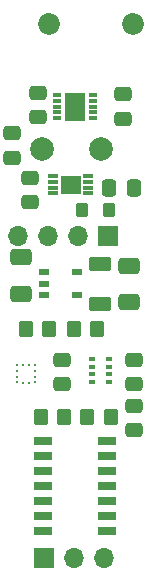
<source format=gbr>
%TF.GenerationSoftware,KiCad,Pcbnew,(6.0.2)*%
%TF.CreationDate,2022-03-28T11:20:26-04:00*%
%TF.ProjectId,Altimeter,416c7469-6d65-4746-9572-2e6b69636164,rev?*%
%TF.SameCoordinates,Original*%
%TF.FileFunction,Soldermask,Bot*%
%TF.FilePolarity,Negative*%
%FSLAX46Y46*%
G04 Gerber Fmt 4.6, Leading zero omitted, Abs format (unit mm)*
G04 Created by KiCad (PCBNEW (6.0.2)) date 2022-03-28 11:20:26*
%MOMM*%
%LPD*%
G01*
G04 APERTURE LIST*
G04 Aperture macros list*
%AMRoundRect*
0 Rectangle with rounded corners*
0 $1 Rounding radius*
0 $2 $3 $4 $5 $6 $7 $8 $9 X,Y pos of 4 corners*
0 Add a 4 corners polygon primitive as box body*
4,1,4,$2,$3,$4,$5,$6,$7,$8,$9,$2,$3,0*
0 Add four circle primitives for the rounded corners*
1,1,$1+$1,$2,$3*
1,1,$1+$1,$4,$5*
1,1,$1+$1,$6,$7*
1,1,$1+$1,$8,$9*
0 Add four rect primitives between the rounded corners*
20,1,$1+$1,$2,$3,$4,$5,0*
20,1,$1+$1,$4,$5,$6,$7,0*
20,1,$1+$1,$6,$7,$8,$9,0*
20,1,$1+$1,$8,$9,$2,$3,0*%
G04 Aperture macros list end*
%ADD10RoundRect,0.250000X0.337500X0.475000X-0.337500X0.475000X-0.337500X-0.475000X0.337500X-0.475000X0*%
%ADD11RoundRect,0.250000X0.275000X0.350000X-0.275000X0.350000X-0.275000X-0.350000X0.275000X-0.350000X0*%
%ADD12R,0.850000X0.300000*%
%ADD13R,1.700000X1.600000*%
%ADD14C,1.850000*%
%ADD15R,1.700000X1.700000*%
%ADD16O,1.700000X1.700000*%
%ADD17C,2.000000*%
%ADD18R,0.800000X0.300000*%
%ADD19R,1.750000X2.450000*%
%ADD20RoundRect,0.250000X-0.475000X0.337500X-0.475000X-0.337500X0.475000X-0.337500X0.475000X0.337500X0*%
%ADD21R,0.275000X0.250000*%
%ADD22R,0.250000X0.275000*%
%ADD23RoundRect,0.250000X-0.650000X0.412500X-0.650000X-0.412500X0.650000X-0.412500X0.650000X0.412500X0*%
%ADD24RoundRect,0.250000X0.475000X-0.337500X0.475000X0.337500X-0.475000X0.337500X-0.475000X-0.337500X0*%
%ADD25RoundRect,0.250000X-0.350000X-0.450000X0.350000X-0.450000X0.350000X0.450000X-0.350000X0.450000X0*%
%ADD26RoundRect,0.250000X0.650000X-0.412500X0.650000X0.412500X-0.650000X0.412500X-0.650000X-0.412500X0*%
%ADD27RoundRect,0.250000X0.700000X-0.362500X0.700000X0.362500X-0.700000X0.362500X-0.700000X-0.362500X0*%
%ADD28R,0.500000X0.400000*%
%ADD29R,1.500000X0.650000*%
%ADD30RoundRect,0.250000X0.350000X0.450000X-0.350000X0.450000X-0.350000X-0.450000X0.350000X-0.450000X0*%
%ADD31R,0.900000X0.600000*%
G04 APERTURE END LIST*
D10*
%TO.C,C1*%
X43938100Y-40640000D03*
X41863100Y-40640000D03*
%TD*%
D11*
%TO.C,L2*%
X39540800Y-42545000D03*
X41840800Y-42545000D03*
%TD*%
D12*
%TO.C,IC1*%
X40058000Y-39636000D03*
X40058000Y-40136000D03*
X40058000Y-40636000D03*
X40058000Y-41136000D03*
X37158000Y-41136000D03*
X37158000Y-40636000D03*
X37158000Y-40136000D03*
X37158000Y-39636000D03*
D13*
X38608000Y-40386000D03*
%TD*%
D14*
%TO.C,J1*%
X43900000Y-26800000D03*
X36750000Y-26800000D03*
%TD*%
D15*
%TO.C,J2*%
X41800000Y-44700000D03*
D16*
X39260000Y-44700000D03*
X36720000Y-44700000D03*
X34180000Y-44700000D03*
%TD*%
D15*
%TO.C,J3*%
X36337000Y-72009000D03*
D16*
X38877000Y-72009000D03*
X41417000Y-72009000D03*
%TD*%
D17*
%TO.C,LS1*%
X41148000Y-37338000D03*
X36148000Y-37338000D03*
%TD*%
D18*
%TO.C,IC4*%
X40489000Y-32782000D03*
X40489000Y-33282000D03*
X40489000Y-33782000D03*
X40489000Y-34282000D03*
X40489000Y-34782000D03*
X37489000Y-34782000D03*
X37489000Y-34282000D03*
X37489000Y-33782000D03*
X37489000Y-33282000D03*
X37489000Y-32782000D03*
D19*
X38989000Y-33782000D03*
%TD*%
D20*
%TO.C,C4*%
X37846000Y-55223500D03*
X37846000Y-57298500D03*
%TD*%
%TO.C,C5*%
X43053000Y-32744500D03*
X43053000Y-34819500D03*
%TD*%
D21*
%TO.C,IC3*%
X35560000Y-55638000D03*
X35560000Y-56138000D03*
X35560000Y-56638000D03*
X35560000Y-57138000D03*
D22*
X35048000Y-57151000D03*
X34548000Y-57151000D03*
D21*
X34035000Y-57138000D03*
X34035000Y-56638000D03*
X34035000Y-56138000D03*
X34035000Y-55638000D03*
D22*
X34548000Y-55626000D03*
X35048000Y-55626000D03*
%TD*%
D23*
%TO.C,C10*%
X43561000Y-47237500D03*
X43561000Y-50362500D03*
%TD*%
D24*
%TO.C,C11*%
X44000000Y-61175000D03*
X44000000Y-59100000D03*
%TD*%
D20*
%TO.C,C2*%
X35153600Y-39805700D03*
X35153600Y-41880700D03*
%TD*%
D25*
%TO.C,R1*%
X36084000Y-60071000D03*
X38084000Y-60071000D03*
%TD*%
D26*
%TO.C,C7*%
X34400000Y-49662500D03*
X34400000Y-46537500D03*
%TD*%
D27*
%TO.C,L1*%
X41100000Y-50462500D03*
X41100000Y-47137500D03*
%TD*%
D28*
%TO.C,U1*%
X40398000Y-55159000D03*
X40398000Y-55809000D03*
X40398000Y-56459000D03*
X40398000Y-57109000D03*
X41898000Y-57109000D03*
X41898000Y-56459000D03*
X41898000Y-55809000D03*
X41898000Y-55159000D03*
%TD*%
D25*
%TO.C,R2*%
X40021000Y-60071000D03*
X42021000Y-60071000D03*
%TD*%
D20*
%TO.C,C6*%
X43942000Y-55223500D03*
X43942000Y-57298500D03*
%TD*%
D29*
%TO.C,IC2*%
X41689000Y-62103000D03*
X41689000Y-63373000D03*
X41689000Y-64643000D03*
X41689000Y-65913000D03*
X41689000Y-67183000D03*
X41689000Y-68453000D03*
X41689000Y-69723000D03*
X36289000Y-69723000D03*
X36289000Y-68453000D03*
X36289000Y-67183000D03*
X36289000Y-65913000D03*
X36289000Y-64643000D03*
X36289000Y-63373000D03*
X36289000Y-62103000D03*
%TD*%
D24*
%TO.C,C8*%
X35814000Y-34692500D03*
X35814000Y-32617500D03*
%TD*%
D30*
%TO.C,R3*%
X40878000Y-52578000D03*
X38878000Y-52578000D03*
%TD*%
D31*
%TO.C,IC5*%
X36319000Y-49718000D03*
X36319000Y-48768000D03*
X36319000Y-47818000D03*
X39119000Y-47818000D03*
X39119000Y-49718000D03*
%TD*%
D20*
%TO.C,C9*%
X33655000Y-38121500D03*
X33655000Y-36046500D03*
%TD*%
D25*
%TO.C,R4*%
X34814000Y-52578000D03*
X36814000Y-52578000D03*
%TD*%
M02*

</source>
